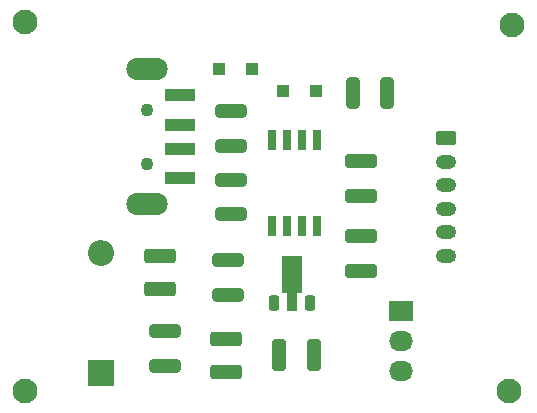
<source format=gbr>
%TF.GenerationSoftware,KiCad,Pcbnew,8.0.8*%
%TF.CreationDate,2025-06-30T12:26:25+05:30*%
%TF.ProjectId,ATtiny85,41547469-6e79-4383-952e-6b696361645f,rev?*%
%TF.SameCoordinates,Original*%
%TF.FileFunction,Soldermask,Top*%
%TF.FilePolarity,Negative*%
%FSLAX46Y46*%
G04 Gerber Fmt 4.6, Leading zero omitted, Abs format (unit mm)*
G04 Created by KiCad (PCBNEW 8.0.8) date 2025-06-30 12:26:25*
%MOMM*%
%LPD*%
G01*
G04 APERTURE LIST*
G04 Aperture macros list*
%AMRoundRect*
0 Rectangle with rounded corners*
0 $1 Rounding radius*
0 $2 $3 $4 $5 $6 $7 $8 $9 X,Y pos of 4 corners*
0 Add a 4 corners polygon primitive as box body*
4,1,4,$2,$3,$4,$5,$6,$7,$8,$9,$2,$3,0*
0 Add four circle primitives for the rounded corners*
1,1,$1+$1,$2,$3*
1,1,$1+$1,$4,$5*
1,1,$1+$1,$6,$7*
1,1,$1+$1,$8,$9*
0 Add four rect primitives between the rounded corners*
20,1,$1+$1,$2,$3,$4,$5,0*
20,1,$1+$1,$4,$5,$6,$7,0*
20,1,$1+$1,$6,$7,$8,$9,0*
20,1,$1+$1,$8,$9,$2,$3,0*%
%AMFreePoly0*
4,1,9,3.862500,-0.866500,0.737500,-0.866500,0.737500,-0.450000,-0.737500,-0.450000,-0.737500,0.450000,0.737500,0.450000,0.737500,0.866500,3.862500,0.866500,3.862500,-0.866500,3.862500,-0.866500,$1*%
G04 Aperture macros list end*
%ADD10C,2.100000*%
%ADD11RoundRect,0.250000X-1.075000X0.312500X-1.075000X-0.312500X1.075000X-0.312500X1.075000X0.312500X0*%
%ADD12R,2.200000X2.200000*%
%ADD13O,2.200000X2.200000*%
%ADD14RoundRect,0.250000X-1.075000X0.375000X-1.075000X-0.375000X1.075000X-0.375000X1.075000X0.375000X0*%
%ADD15RoundRect,0.250000X0.300000X0.300000X-0.300000X0.300000X-0.300000X-0.300000X0.300000X-0.300000X0*%
%ADD16RoundRect,0.250000X0.325000X1.100000X-0.325000X1.100000X-0.325000X-1.100000X0.325000X-1.100000X0*%
%ADD17C,1.100000*%
%ADD18R,2.500000X1.100000*%
%ADD19O,3.500000X1.900000*%
%ADD20RoundRect,0.225000X0.225000X-0.425000X0.225000X0.425000X-0.225000X0.425000X-0.225000X-0.425000X0*%
%ADD21FreePoly0,90.000000*%
%ADD22O,2.030000X1.730000*%
%ADD23R,2.030000X1.730000*%
%ADD24RoundRect,0.250000X-1.100000X0.325000X-1.100000X-0.325000X1.100000X-0.325000X1.100000X0.325000X0*%
%ADD25RoundRect,0.250000X-0.300000X-0.300000X0.300000X-0.300000X0.300000X0.300000X-0.300000X0.300000X0*%
%ADD26RoundRect,0.250000X0.312500X1.075000X-0.312500X1.075000X-0.312500X-1.075000X0.312500X-1.075000X0*%
%ADD27RoundRect,0.250000X-0.625000X0.350000X-0.625000X-0.350000X0.625000X-0.350000X0.625000X0.350000X0*%
%ADD28O,1.750000X1.200000*%
%ADD29R,0.650000X1.700000*%
G04 APERTURE END LIST*
D10*
%TO.C,H4*%
X109200000Y-93800000D03*
%TD*%
%TO.C,H3*%
X150200000Y-93800000D03*
%TD*%
%TO.C,H2*%
X150400000Y-62800000D03*
%TD*%
%TO.C,H1*%
X109200000Y-62600000D03*
%TD*%
D11*
%TO.C,R5*%
X126400000Y-82737500D03*
X126400000Y-85662500D03*
%TD*%
%TO.C,R2*%
X126600000Y-75937500D03*
X126600000Y-78862500D03*
%TD*%
D12*
%TO.C,D1*%
X115600000Y-92280000D03*
D13*
X115600000Y-82120000D03*
%TD*%
D14*
%TO.C,D4*%
X126200000Y-89400000D03*
X126200000Y-92200000D03*
%TD*%
D15*
%TO.C,D2*%
X133800000Y-68400000D03*
X131000000Y-68400000D03*
%TD*%
D16*
%TO.C,C1*%
X133675000Y-90800000D03*
X130725000Y-90800000D03*
%TD*%
D17*
%TO.C,J1*%
X119525000Y-74600000D03*
X119525000Y-70000000D03*
D18*
X122275000Y-75800000D03*
X122275000Y-73300000D03*
X122275000Y-71300000D03*
X122275000Y-68800000D03*
D19*
X119525000Y-78000000D03*
X119525000Y-66600000D03*
%TD*%
D11*
%TO.C,R3*%
X126600000Y-70137500D03*
X126600000Y-73062500D03*
%TD*%
D20*
%TO.C,U2*%
X130300000Y-86350000D03*
D21*
X131800000Y-86262500D03*
D20*
X133300000Y-86350000D03*
%TD*%
D14*
%TO.C,D5*%
X120600000Y-82400000D03*
X120600000Y-85200000D03*
%TD*%
D22*
%TO.C,J2*%
X141000000Y-92140000D03*
X141000000Y-89600000D03*
D23*
X141000000Y-87060000D03*
%TD*%
D24*
%TO.C,C3*%
X137600000Y-80725000D03*
X137600000Y-83675000D03*
%TD*%
%TO.C,C2*%
X137600000Y-74325000D03*
X137600000Y-77275000D03*
%TD*%
D25*
%TO.C,D3*%
X125600000Y-66600000D03*
X128400000Y-66600000D03*
%TD*%
D11*
%TO.C,R4*%
X121000000Y-88737500D03*
X121000000Y-91662500D03*
%TD*%
D26*
%TO.C,R1*%
X139862500Y-68600000D03*
X136937500Y-68600000D03*
%TD*%
D27*
%TO.C,J3*%
X144800000Y-72400000D03*
D28*
X144800000Y-74400000D03*
X144800000Y-76400000D03*
X144800000Y-78400000D03*
X144800000Y-80400000D03*
X144800000Y-82400000D03*
%TD*%
D29*
%TO.C,U1*%
X130095000Y-79850000D03*
X131365000Y-79850000D03*
X132635000Y-79850000D03*
X133905000Y-79850000D03*
X133905000Y-72550000D03*
X132635000Y-72550000D03*
X131365000Y-72550000D03*
X130095000Y-72550000D03*
%TD*%
M02*

</source>
